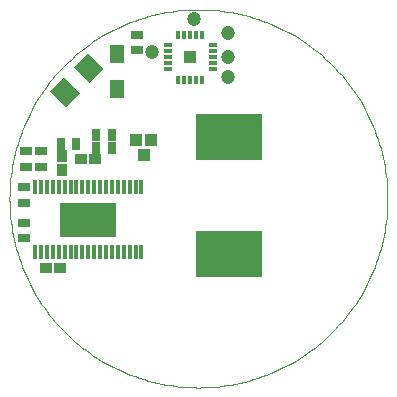
<source format=gbs>
G75*
%MOIN*%
%OFA0B0*%
%FSLAX25Y25*%
%IPPOS*%
%LPD*%
%AMOC8*
5,1,8,0,0,1.08239X$1,22.5*
%
%ADD10C,0.00004*%
%ADD11R,0.01640X0.04731*%
%ADD12R,0.19101X0.11227*%
%ADD13R,0.22054X0.15557*%
%ADD14R,0.03313X0.04042*%
%ADD15R,0.03943X0.03156*%
%ADD16R,0.04042X0.03313*%
%ADD17R,0.03156X0.03943*%
%ADD18R,0.04337X0.04337*%
%ADD19R,0.02959X0.01581*%
%ADD20R,0.01581X0.02959*%
%ADD21R,0.05124X0.06306*%
%ADD22R,0.06699X0.07487*%
%ADD23R,0.04400X0.04400*%
%ADD24C,0.04731*%
D10*
X0003244Y0070252D02*
X0003263Y0071798D01*
X0003320Y0073343D01*
X0003415Y0074886D01*
X0003547Y0076426D01*
X0003718Y0077963D01*
X0003926Y0079495D01*
X0004171Y0081021D01*
X0004454Y0082541D01*
X0004775Y0084054D01*
X0005132Y0085558D01*
X0005526Y0087053D01*
X0005956Y0088538D01*
X0006423Y0090011D01*
X0006926Y0091473D01*
X0007465Y0092923D01*
X0008039Y0094358D01*
X0008648Y0095779D01*
X0009292Y0097185D01*
X0009970Y0098574D01*
X0010682Y0099946D01*
X0011427Y0101301D01*
X0012206Y0102636D01*
X0013017Y0103953D01*
X0013860Y0105248D01*
X0014735Y0106523D01*
X0015640Y0107776D01*
X0016576Y0109007D01*
X0017543Y0110214D01*
X0018538Y0111397D01*
X0019562Y0112555D01*
X0020614Y0113688D01*
X0021694Y0114794D01*
X0022800Y0115874D01*
X0023933Y0116926D01*
X0025091Y0117950D01*
X0026274Y0118945D01*
X0027481Y0119912D01*
X0028712Y0120848D01*
X0029965Y0121753D01*
X0031240Y0122628D01*
X0032535Y0123471D01*
X0033852Y0124282D01*
X0035187Y0125061D01*
X0036542Y0125806D01*
X0037914Y0126518D01*
X0039303Y0127196D01*
X0040709Y0127840D01*
X0042130Y0128449D01*
X0043565Y0129023D01*
X0045015Y0129562D01*
X0046477Y0130065D01*
X0047950Y0130532D01*
X0049435Y0130962D01*
X0050930Y0131356D01*
X0052434Y0131713D01*
X0053947Y0132034D01*
X0055467Y0132317D01*
X0056993Y0132562D01*
X0058525Y0132770D01*
X0060062Y0132941D01*
X0061602Y0133073D01*
X0063145Y0133168D01*
X0064690Y0133225D01*
X0066236Y0133244D01*
X0067782Y0133225D01*
X0069327Y0133168D01*
X0070870Y0133073D01*
X0072410Y0132941D01*
X0073947Y0132770D01*
X0075479Y0132562D01*
X0077005Y0132317D01*
X0078525Y0132034D01*
X0080038Y0131713D01*
X0081542Y0131356D01*
X0083037Y0130962D01*
X0084522Y0130532D01*
X0085995Y0130065D01*
X0087457Y0129562D01*
X0088907Y0129023D01*
X0090342Y0128449D01*
X0091763Y0127840D01*
X0093169Y0127196D01*
X0094558Y0126518D01*
X0095930Y0125806D01*
X0097285Y0125061D01*
X0098620Y0124282D01*
X0099937Y0123471D01*
X0101232Y0122628D01*
X0102507Y0121753D01*
X0103760Y0120848D01*
X0104991Y0119912D01*
X0106198Y0118945D01*
X0107381Y0117950D01*
X0108539Y0116926D01*
X0109672Y0115874D01*
X0110778Y0114794D01*
X0111858Y0113688D01*
X0112910Y0112555D01*
X0113934Y0111397D01*
X0114929Y0110214D01*
X0115896Y0109007D01*
X0116832Y0107776D01*
X0117737Y0106523D01*
X0118612Y0105248D01*
X0119455Y0103953D01*
X0120266Y0102636D01*
X0121045Y0101301D01*
X0121790Y0099946D01*
X0122502Y0098574D01*
X0123180Y0097185D01*
X0123824Y0095779D01*
X0124433Y0094358D01*
X0125007Y0092923D01*
X0125546Y0091473D01*
X0126049Y0090011D01*
X0126516Y0088538D01*
X0126946Y0087053D01*
X0127340Y0085558D01*
X0127697Y0084054D01*
X0128018Y0082541D01*
X0128301Y0081021D01*
X0128546Y0079495D01*
X0128754Y0077963D01*
X0128925Y0076426D01*
X0129057Y0074886D01*
X0129152Y0073343D01*
X0129209Y0071798D01*
X0129228Y0070252D01*
X0129209Y0068706D01*
X0129152Y0067161D01*
X0129057Y0065618D01*
X0128925Y0064078D01*
X0128754Y0062541D01*
X0128546Y0061009D01*
X0128301Y0059483D01*
X0128018Y0057963D01*
X0127697Y0056450D01*
X0127340Y0054946D01*
X0126946Y0053451D01*
X0126516Y0051966D01*
X0126049Y0050493D01*
X0125546Y0049031D01*
X0125007Y0047581D01*
X0124433Y0046146D01*
X0123824Y0044725D01*
X0123180Y0043319D01*
X0122502Y0041930D01*
X0121790Y0040558D01*
X0121045Y0039203D01*
X0120266Y0037868D01*
X0119455Y0036551D01*
X0118612Y0035256D01*
X0117737Y0033981D01*
X0116832Y0032728D01*
X0115896Y0031497D01*
X0114929Y0030290D01*
X0113934Y0029107D01*
X0112910Y0027949D01*
X0111858Y0026816D01*
X0110778Y0025710D01*
X0109672Y0024630D01*
X0108539Y0023578D01*
X0107381Y0022554D01*
X0106198Y0021559D01*
X0104991Y0020592D01*
X0103760Y0019656D01*
X0102507Y0018751D01*
X0101232Y0017876D01*
X0099937Y0017033D01*
X0098620Y0016222D01*
X0097285Y0015443D01*
X0095930Y0014698D01*
X0094558Y0013986D01*
X0093169Y0013308D01*
X0091763Y0012664D01*
X0090342Y0012055D01*
X0088907Y0011481D01*
X0087457Y0010942D01*
X0085995Y0010439D01*
X0084522Y0009972D01*
X0083037Y0009542D01*
X0081542Y0009148D01*
X0080038Y0008791D01*
X0078525Y0008470D01*
X0077005Y0008187D01*
X0075479Y0007942D01*
X0073947Y0007734D01*
X0072410Y0007563D01*
X0070870Y0007431D01*
X0069327Y0007336D01*
X0067782Y0007279D01*
X0066236Y0007260D01*
X0064690Y0007279D01*
X0063145Y0007336D01*
X0061602Y0007431D01*
X0060062Y0007563D01*
X0058525Y0007734D01*
X0056993Y0007942D01*
X0055467Y0008187D01*
X0053947Y0008470D01*
X0052434Y0008791D01*
X0050930Y0009148D01*
X0049435Y0009542D01*
X0047950Y0009972D01*
X0046477Y0010439D01*
X0045015Y0010942D01*
X0043565Y0011481D01*
X0042130Y0012055D01*
X0040709Y0012664D01*
X0039303Y0013308D01*
X0037914Y0013986D01*
X0036542Y0014698D01*
X0035187Y0015443D01*
X0033852Y0016222D01*
X0032535Y0017033D01*
X0031240Y0017876D01*
X0029965Y0018751D01*
X0028712Y0019656D01*
X0027481Y0020592D01*
X0026274Y0021559D01*
X0025091Y0022554D01*
X0023933Y0023578D01*
X0022800Y0024630D01*
X0021694Y0025710D01*
X0020614Y0026816D01*
X0019562Y0027949D01*
X0018538Y0029107D01*
X0017543Y0030290D01*
X0016576Y0031497D01*
X0015640Y0032728D01*
X0014735Y0033981D01*
X0013860Y0035256D01*
X0013017Y0036551D01*
X0012206Y0037868D01*
X0011427Y0039203D01*
X0010682Y0040558D01*
X0009970Y0041930D01*
X0009292Y0043319D01*
X0008648Y0044725D01*
X0008039Y0046146D01*
X0007465Y0047581D01*
X0006926Y0049031D01*
X0006423Y0050493D01*
X0005956Y0051966D01*
X0005526Y0053451D01*
X0005132Y0054946D01*
X0004775Y0056450D01*
X0004454Y0057963D01*
X0004171Y0059483D01*
X0003926Y0061009D01*
X0003718Y0062541D01*
X0003547Y0064078D01*
X0003415Y0065618D01*
X0003320Y0067161D01*
X0003263Y0068706D01*
X0003244Y0070252D01*
D11*
X0011807Y0074071D03*
X0013776Y0074071D03*
X0015744Y0074071D03*
X0017713Y0074071D03*
X0019681Y0074071D03*
X0021650Y0074071D03*
X0023618Y0074071D03*
X0025587Y0074071D03*
X0027555Y0074071D03*
X0029524Y0074071D03*
X0031492Y0074071D03*
X0033461Y0074071D03*
X0035429Y0074071D03*
X0037398Y0074071D03*
X0039366Y0074071D03*
X0041335Y0074071D03*
X0043303Y0074071D03*
X0045272Y0074071D03*
X0047240Y0074071D03*
X0047240Y0052417D03*
X0045272Y0052417D03*
X0043303Y0052417D03*
X0041335Y0052417D03*
X0039366Y0052417D03*
X0037398Y0052417D03*
X0035429Y0052417D03*
X0033461Y0052417D03*
X0031492Y0052417D03*
X0029524Y0052417D03*
X0027555Y0052417D03*
X0025587Y0052417D03*
X0023618Y0052417D03*
X0021650Y0052417D03*
X0019681Y0052417D03*
X0017713Y0052417D03*
X0015744Y0052417D03*
X0013776Y0052417D03*
X0011807Y0052417D03*
D12*
X0029524Y0063244D03*
D13*
X0076472Y0051689D03*
X0076472Y0090862D03*
D14*
X0020843Y0084406D03*
X0020843Y0079681D03*
D15*
X0013776Y0080882D03*
X0008677Y0080823D03*
X0008677Y0085941D03*
X0013776Y0086000D03*
X0008008Y0074012D03*
X0008008Y0068894D03*
X0008008Y0062083D03*
X0008008Y0056965D03*
X0045744Y0119681D03*
X0045744Y0124799D03*
D16*
X0015528Y0047083D03*
X0020252Y0047083D03*
X0027004Y0083598D03*
X0031728Y0083598D03*
D17*
X0032201Y0087122D03*
X0032201Y0091315D03*
X0037319Y0091315D03*
X0037319Y0087122D03*
X0025488Y0088480D03*
X0020370Y0088480D03*
D18*
X0063500Y0117358D03*
D19*
X0070980Y0117358D03*
X0070980Y0119327D03*
X0070980Y0121295D03*
X0070980Y0115390D03*
X0070980Y0113421D03*
X0056020Y0113421D03*
X0056020Y0115390D03*
X0056020Y0117358D03*
X0056020Y0119327D03*
X0056020Y0121295D03*
D20*
X0059563Y0124839D03*
X0061531Y0124839D03*
X0063500Y0124839D03*
X0065469Y0124839D03*
X0067437Y0124839D03*
X0067437Y0109878D03*
X0065469Y0109878D03*
X0063500Y0109878D03*
X0061531Y0109878D03*
X0059563Y0109878D03*
D21*
X0039189Y0106886D03*
X0039189Y0118303D03*
D22*
G36*
X0024623Y0113953D02*
X0029359Y0118689D01*
X0034651Y0113397D01*
X0029915Y0108661D01*
X0024623Y0113953D01*
G37*
G36*
X0016828Y0106158D02*
X0021564Y0110894D01*
X0026856Y0105602D01*
X0022120Y0100866D01*
X0016828Y0106158D01*
G37*
D23*
X0045587Y0089862D03*
X0048087Y0084862D03*
X0050587Y0089862D03*
D24*
X0076079Y0110606D03*
X0076079Y0117496D03*
X0076079Y0125370D03*
X0064701Y0130016D03*
X0050646Y0119169D03*
M02*

</source>
